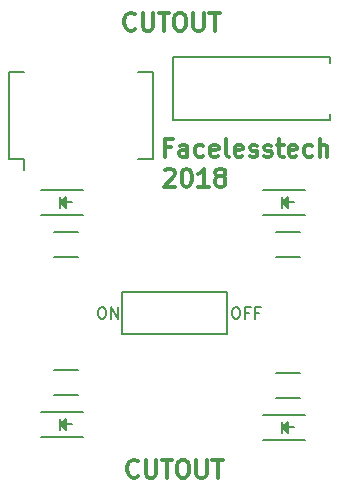
<source format=gbr>
G04 #@! TF.FileFunction,Legend,Top*
%FSLAX46Y46*%
G04 Gerber Fmt 4.6, Leading zero omitted, Abs format (unit mm)*
G04 Created by KiCad (PCBNEW 4.0.5+dfsg1-4) date Thu Mar 22 11:03:11 2018*
%MOMM*%
%LPD*%
G01*
G04 APERTURE LIST*
%ADD10C,0.100000*%
%ADD11C,0.300000*%
%ADD12C,0.200000*%
%ADD13C,0.150000*%
G04 APERTURE END LIST*
D10*
D11*
X133826572Y-84919429D02*
X133898001Y-84848000D01*
X134040858Y-84776571D01*
X134398001Y-84776571D01*
X134540858Y-84848000D01*
X134612287Y-84919429D01*
X134683715Y-85062286D01*
X134683715Y-85205143D01*
X134612287Y-85419429D01*
X133755144Y-86276571D01*
X134683715Y-86276571D01*
X135612286Y-84776571D02*
X135755143Y-84776571D01*
X135898000Y-84848000D01*
X135969429Y-84919429D01*
X136040858Y-85062286D01*
X136112286Y-85348000D01*
X136112286Y-85705143D01*
X136040858Y-85990857D01*
X135969429Y-86133714D01*
X135898000Y-86205143D01*
X135755143Y-86276571D01*
X135612286Y-86276571D01*
X135469429Y-86205143D01*
X135398000Y-86133714D01*
X135326572Y-85990857D01*
X135255143Y-85705143D01*
X135255143Y-85348000D01*
X135326572Y-85062286D01*
X135398000Y-84919429D01*
X135469429Y-84848000D01*
X135612286Y-84776571D01*
X137540857Y-86276571D02*
X136683714Y-86276571D01*
X137112286Y-86276571D02*
X137112286Y-84776571D01*
X136969429Y-84990857D01*
X136826571Y-85133714D01*
X136683714Y-85205143D01*
X138398000Y-85419429D02*
X138255142Y-85348000D01*
X138183714Y-85276571D01*
X138112285Y-85133714D01*
X138112285Y-85062286D01*
X138183714Y-84919429D01*
X138255142Y-84848000D01*
X138398000Y-84776571D01*
X138683714Y-84776571D01*
X138826571Y-84848000D01*
X138898000Y-84919429D01*
X138969428Y-85062286D01*
X138969428Y-85133714D01*
X138898000Y-85276571D01*
X138826571Y-85348000D01*
X138683714Y-85419429D01*
X138398000Y-85419429D01*
X138255142Y-85490857D01*
X138183714Y-85562286D01*
X138112285Y-85705143D01*
X138112285Y-85990857D01*
X138183714Y-86133714D01*
X138255142Y-86205143D01*
X138398000Y-86276571D01*
X138683714Y-86276571D01*
X138826571Y-86205143D01*
X138898000Y-86133714D01*
X138969428Y-85990857D01*
X138969428Y-85705143D01*
X138898000Y-85562286D01*
X138826571Y-85490857D01*
X138683714Y-85419429D01*
X134323144Y-82950857D02*
X133823144Y-82950857D01*
X133823144Y-83736571D02*
X133823144Y-82236571D01*
X134537430Y-82236571D01*
X135751715Y-83736571D02*
X135751715Y-82950857D01*
X135680286Y-82808000D01*
X135537429Y-82736571D01*
X135251715Y-82736571D01*
X135108858Y-82808000D01*
X135751715Y-83665143D02*
X135608858Y-83736571D01*
X135251715Y-83736571D01*
X135108858Y-83665143D01*
X135037429Y-83522286D01*
X135037429Y-83379429D01*
X135108858Y-83236571D01*
X135251715Y-83165143D01*
X135608858Y-83165143D01*
X135751715Y-83093714D01*
X137108858Y-83665143D02*
X136966001Y-83736571D01*
X136680287Y-83736571D01*
X136537429Y-83665143D01*
X136466001Y-83593714D01*
X136394572Y-83450857D01*
X136394572Y-83022286D01*
X136466001Y-82879429D01*
X136537429Y-82808000D01*
X136680287Y-82736571D01*
X136966001Y-82736571D01*
X137108858Y-82808000D01*
X138323143Y-83665143D02*
X138180286Y-83736571D01*
X137894572Y-83736571D01*
X137751715Y-83665143D01*
X137680286Y-83522286D01*
X137680286Y-82950857D01*
X137751715Y-82808000D01*
X137894572Y-82736571D01*
X138180286Y-82736571D01*
X138323143Y-82808000D01*
X138394572Y-82950857D01*
X138394572Y-83093714D01*
X137680286Y-83236571D01*
X139251715Y-83736571D02*
X139108857Y-83665143D01*
X139037429Y-83522286D01*
X139037429Y-82236571D01*
X140394571Y-83665143D02*
X140251714Y-83736571D01*
X139966000Y-83736571D01*
X139823143Y-83665143D01*
X139751714Y-83522286D01*
X139751714Y-82950857D01*
X139823143Y-82808000D01*
X139966000Y-82736571D01*
X140251714Y-82736571D01*
X140394571Y-82808000D01*
X140466000Y-82950857D01*
X140466000Y-83093714D01*
X139751714Y-83236571D01*
X141037428Y-83665143D02*
X141180285Y-83736571D01*
X141466000Y-83736571D01*
X141608857Y-83665143D01*
X141680285Y-83522286D01*
X141680285Y-83450857D01*
X141608857Y-83308000D01*
X141466000Y-83236571D01*
X141251714Y-83236571D01*
X141108857Y-83165143D01*
X141037428Y-83022286D01*
X141037428Y-82950857D01*
X141108857Y-82808000D01*
X141251714Y-82736571D01*
X141466000Y-82736571D01*
X141608857Y-82808000D01*
X142251714Y-83665143D02*
X142394571Y-83736571D01*
X142680286Y-83736571D01*
X142823143Y-83665143D01*
X142894571Y-83522286D01*
X142894571Y-83450857D01*
X142823143Y-83308000D01*
X142680286Y-83236571D01*
X142466000Y-83236571D01*
X142323143Y-83165143D01*
X142251714Y-83022286D01*
X142251714Y-82950857D01*
X142323143Y-82808000D01*
X142466000Y-82736571D01*
X142680286Y-82736571D01*
X142823143Y-82808000D01*
X143323143Y-82736571D02*
X143894572Y-82736571D01*
X143537429Y-82236571D02*
X143537429Y-83522286D01*
X143608857Y-83665143D01*
X143751715Y-83736571D01*
X143894572Y-83736571D01*
X144966000Y-83665143D02*
X144823143Y-83736571D01*
X144537429Y-83736571D01*
X144394572Y-83665143D01*
X144323143Y-83522286D01*
X144323143Y-82950857D01*
X144394572Y-82808000D01*
X144537429Y-82736571D01*
X144823143Y-82736571D01*
X144966000Y-82808000D01*
X145037429Y-82950857D01*
X145037429Y-83093714D01*
X144323143Y-83236571D01*
X146323143Y-83665143D02*
X146180286Y-83736571D01*
X145894572Y-83736571D01*
X145751714Y-83665143D01*
X145680286Y-83593714D01*
X145608857Y-83450857D01*
X145608857Y-83022286D01*
X145680286Y-82879429D01*
X145751714Y-82808000D01*
X145894572Y-82736571D01*
X146180286Y-82736571D01*
X146323143Y-82808000D01*
X146966000Y-83736571D02*
X146966000Y-82236571D01*
X147608857Y-83736571D02*
X147608857Y-82950857D01*
X147537428Y-82808000D01*
X147394571Y-82736571D01*
X147180286Y-82736571D01*
X147037428Y-82808000D01*
X146966000Y-82879429D01*
D12*
X139763619Y-96480381D02*
X139954096Y-96480381D01*
X140049334Y-96528000D01*
X140144572Y-96623238D01*
X140192191Y-96813714D01*
X140192191Y-97147048D01*
X140144572Y-97337524D01*
X140049334Y-97432762D01*
X139954096Y-97480381D01*
X139763619Y-97480381D01*
X139668381Y-97432762D01*
X139573143Y-97337524D01*
X139525524Y-97147048D01*
X139525524Y-96813714D01*
X139573143Y-96623238D01*
X139668381Y-96528000D01*
X139763619Y-96480381D01*
X140954096Y-96956571D02*
X140620762Y-96956571D01*
X140620762Y-97480381D02*
X140620762Y-96480381D01*
X141096953Y-96480381D01*
X141811239Y-96956571D02*
X141477905Y-96956571D01*
X141477905Y-97480381D02*
X141477905Y-96480381D01*
X141954096Y-96480381D01*
X128412952Y-96480381D02*
X128603429Y-96480381D01*
X128698667Y-96528000D01*
X128793905Y-96623238D01*
X128841524Y-96813714D01*
X128841524Y-97147048D01*
X128793905Y-97337524D01*
X128698667Y-97432762D01*
X128603429Y-97480381D01*
X128412952Y-97480381D01*
X128317714Y-97432762D01*
X128222476Y-97337524D01*
X128174857Y-97147048D01*
X128174857Y-96813714D01*
X128222476Y-96623238D01*
X128317714Y-96528000D01*
X128412952Y-96480381D01*
X129270095Y-97480381D02*
X129270095Y-96480381D01*
X129841524Y-97480381D01*
X129841524Y-96480381D01*
D11*
X131584286Y-110771714D02*
X131512857Y-110843143D01*
X131298571Y-110914571D01*
X131155714Y-110914571D01*
X130941429Y-110843143D01*
X130798571Y-110700286D01*
X130727143Y-110557429D01*
X130655714Y-110271714D01*
X130655714Y-110057429D01*
X130727143Y-109771714D01*
X130798571Y-109628857D01*
X130941429Y-109486000D01*
X131155714Y-109414571D01*
X131298571Y-109414571D01*
X131512857Y-109486000D01*
X131584286Y-109557429D01*
X132227143Y-109414571D02*
X132227143Y-110628857D01*
X132298571Y-110771714D01*
X132370000Y-110843143D01*
X132512857Y-110914571D01*
X132798571Y-110914571D01*
X132941429Y-110843143D01*
X133012857Y-110771714D01*
X133084286Y-110628857D01*
X133084286Y-109414571D01*
X133584286Y-109414571D02*
X134441429Y-109414571D01*
X134012858Y-110914571D02*
X134012858Y-109414571D01*
X135227143Y-109414571D02*
X135512857Y-109414571D01*
X135655715Y-109486000D01*
X135798572Y-109628857D01*
X135870000Y-109914571D01*
X135870000Y-110414571D01*
X135798572Y-110700286D01*
X135655715Y-110843143D01*
X135512857Y-110914571D01*
X135227143Y-110914571D01*
X135084286Y-110843143D01*
X134941429Y-110700286D01*
X134870000Y-110414571D01*
X134870000Y-109914571D01*
X134941429Y-109628857D01*
X135084286Y-109486000D01*
X135227143Y-109414571D01*
X136512858Y-109414571D02*
X136512858Y-110628857D01*
X136584286Y-110771714D01*
X136655715Y-110843143D01*
X136798572Y-110914571D01*
X137084286Y-110914571D01*
X137227144Y-110843143D01*
X137298572Y-110771714D01*
X137370001Y-110628857D01*
X137370001Y-109414571D01*
X137870001Y-109414571D02*
X138727144Y-109414571D01*
X138298573Y-110914571D02*
X138298573Y-109414571D01*
X131330286Y-72925714D02*
X131258857Y-72997143D01*
X131044571Y-73068571D01*
X130901714Y-73068571D01*
X130687429Y-72997143D01*
X130544571Y-72854286D01*
X130473143Y-72711429D01*
X130401714Y-72425714D01*
X130401714Y-72211429D01*
X130473143Y-71925714D01*
X130544571Y-71782857D01*
X130687429Y-71640000D01*
X130901714Y-71568571D01*
X131044571Y-71568571D01*
X131258857Y-71640000D01*
X131330286Y-71711429D01*
X131973143Y-71568571D02*
X131973143Y-72782857D01*
X132044571Y-72925714D01*
X132116000Y-72997143D01*
X132258857Y-73068571D01*
X132544571Y-73068571D01*
X132687429Y-72997143D01*
X132758857Y-72925714D01*
X132830286Y-72782857D01*
X132830286Y-71568571D01*
X133330286Y-71568571D02*
X134187429Y-71568571D01*
X133758858Y-73068571D02*
X133758858Y-71568571D01*
X134973143Y-71568571D02*
X135258857Y-71568571D01*
X135401715Y-71640000D01*
X135544572Y-71782857D01*
X135616000Y-72068571D01*
X135616000Y-72568571D01*
X135544572Y-72854286D01*
X135401715Y-72997143D01*
X135258857Y-73068571D01*
X134973143Y-73068571D01*
X134830286Y-72997143D01*
X134687429Y-72854286D01*
X134616000Y-72568571D01*
X134616000Y-72068571D01*
X134687429Y-71782857D01*
X134830286Y-71640000D01*
X134973143Y-71568571D01*
X136258858Y-71568571D02*
X136258858Y-72782857D01*
X136330286Y-72925714D01*
X136401715Y-72997143D01*
X136544572Y-73068571D01*
X136830286Y-73068571D01*
X136973144Y-72997143D01*
X137044572Y-72925714D01*
X137116001Y-72782857D01*
X137116001Y-71568571D01*
X137616001Y-71568571D02*
X138473144Y-71568571D01*
X138044573Y-73068571D02*
X138044573Y-71568571D01*
D13*
X120641000Y-83939000D02*
X121911000Y-83939000D01*
X120641000Y-76589000D02*
X121911000Y-76589000D01*
X132851000Y-76589000D02*
X131581000Y-76589000D01*
X132851000Y-83939000D02*
X131581000Y-83939000D01*
X120641000Y-83939000D02*
X120641000Y-76589000D01*
X132851000Y-83939000D02*
X132851000Y-76589000D01*
X121911000Y-83939000D02*
X121911000Y-84874000D01*
X123326000Y-107476000D02*
X126926000Y-107476000D01*
X123326000Y-105376000D02*
X126926000Y-105376000D01*
X125376000Y-106126000D02*
X125376000Y-106726000D01*
X125376000Y-106726000D02*
X125076000Y-106426000D01*
X125076000Y-106426000D02*
X125276000Y-106226000D01*
X125276000Y-106226000D02*
X125276000Y-106476000D01*
X125276000Y-106476000D02*
X125226000Y-106426000D01*
X124976000Y-105926000D02*
X124976000Y-106926000D01*
X125476000Y-106426000D02*
X125976000Y-106426000D01*
X124976000Y-106426000D02*
X125476000Y-105926000D01*
X125476000Y-105926000D02*
X125476000Y-106926000D01*
X125476000Y-106926000D02*
X124976000Y-106426000D01*
X142122000Y-107730000D02*
X145722000Y-107730000D01*
X142122000Y-105630000D02*
X145722000Y-105630000D01*
X144172000Y-106380000D02*
X144172000Y-106980000D01*
X144172000Y-106980000D02*
X143872000Y-106680000D01*
X143872000Y-106680000D02*
X144072000Y-106480000D01*
X144072000Y-106480000D02*
X144072000Y-106730000D01*
X144072000Y-106730000D02*
X144022000Y-106680000D01*
X143772000Y-106180000D02*
X143772000Y-107180000D01*
X144272000Y-106680000D02*
X144772000Y-106680000D01*
X143772000Y-106680000D02*
X144272000Y-106180000D01*
X144272000Y-106180000D02*
X144272000Y-107180000D01*
X144272000Y-107180000D02*
X143772000Y-106680000D01*
X142122000Y-88680000D02*
X145722000Y-88680000D01*
X142122000Y-86580000D02*
X145722000Y-86580000D01*
X144172000Y-87330000D02*
X144172000Y-87930000D01*
X144172000Y-87930000D02*
X143872000Y-87630000D01*
X143872000Y-87630000D02*
X144072000Y-87430000D01*
X144072000Y-87430000D02*
X144072000Y-87680000D01*
X144072000Y-87680000D02*
X144022000Y-87630000D01*
X143772000Y-87130000D02*
X143772000Y-88130000D01*
X144272000Y-87630000D02*
X144772000Y-87630000D01*
X143772000Y-87630000D02*
X144272000Y-87130000D01*
X144272000Y-87130000D02*
X144272000Y-88130000D01*
X144272000Y-88130000D02*
X143772000Y-87630000D01*
X123326000Y-88680000D02*
X126926000Y-88680000D01*
X123326000Y-86580000D02*
X126926000Y-86580000D01*
X125376000Y-87330000D02*
X125376000Y-87930000D01*
X125376000Y-87930000D02*
X125076000Y-87630000D01*
X125076000Y-87630000D02*
X125276000Y-87430000D01*
X125276000Y-87430000D02*
X125276000Y-87680000D01*
X125276000Y-87680000D02*
X125226000Y-87630000D01*
X124976000Y-87130000D02*
X124976000Y-88130000D01*
X125476000Y-87630000D02*
X125976000Y-87630000D01*
X124976000Y-87630000D02*
X125476000Y-87130000D01*
X125476000Y-87130000D02*
X125476000Y-88130000D01*
X125476000Y-88130000D02*
X124976000Y-87630000D01*
X126476000Y-103945000D02*
X124476000Y-103945000D01*
X124476000Y-101795000D02*
X126476000Y-101795000D01*
X145272000Y-104199000D02*
X143272000Y-104199000D01*
X143272000Y-102049000D02*
X145272000Y-102049000D01*
X124476000Y-90111000D02*
X126476000Y-90111000D01*
X126476000Y-92261000D02*
X124476000Y-92261000D01*
X145272000Y-92261000D02*
X143272000Y-92261000D01*
X143272000Y-90111000D02*
X145272000Y-90111000D01*
X134493000Y-77978000D02*
X134493000Y-80645000D01*
X134493000Y-80645000D02*
X147828000Y-80645000D01*
X147828000Y-80645000D02*
X147828000Y-80137000D01*
X134493000Y-77978000D02*
X134493000Y-75311000D01*
X134493000Y-75311000D02*
X147828000Y-75311000D01*
X147828000Y-75311000D02*
X147828000Y-75819000D01*
X139065000Y-95250000D02*
X139065000Y-98806000D01*
X139065000Y-98806000D02*
X130175000Y-98806000D01*
X130175000Y-98806000D02*
X130175000Y-95250000D01*
X130175000Y-95250000D02*
X139065000Y-95250000D01*
M02*

</source>
